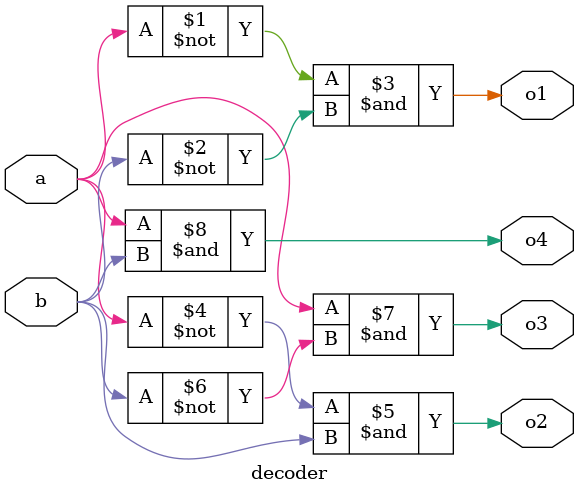
<source format=v>
module decoder(a,b,o1,o2,o3,o4);
  input a,b;
  output o1,o2,o3,o4;
  and (o1,~a,~b);
  and (o2,~a,b);
  and (o3,a,~b);
  and (o4,a,b);
endmodule
  

</source>
